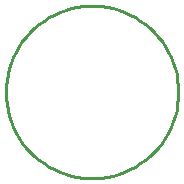
<source format=gm1>
%FSLAX23Y23*%
%MOIN*%
%SFA1B1*%

%IPPOS*%
%ADD11C,0.010000*%
%LNshift_relays-1*%
%LPD*%
G54D11*
X3348Y2272D02*
D01*
X3347Y2292*
X3345Y2312*
X3342Y2332*
X3337Y2351*
X3331Y2370*
X3323Y2389*
X3314Y2407*
X3304Y2424*
X3293Y2441*
X3281Y2457*
X3267Y2472*
X3253Y2486*
X3238Y2499*
X3221Y2510*
X3204Y2521*
X3187Y2530*
X3168Y2539*
X3150Y2546*
X3130Y2551*
X3111Y2555*
X3091Y2558*
X3071Y2559*
X3051*
X3031Y2558*
X3011Y2555*
X2991Y2551*
X2972Y2546*
X2953Y2539*
X2935Y2530*
X2917Y2521*
X2900Y2510*
X2884Y2499*
X2868Y2486*
X2854Y2472*
X2840Y2457*
X2828Y2441*
X2817Y2424*
X2807Y2407*
X2798Y2389*
X2791Y2370*
X2784Y2351*
X2780Y2332*
X2776Y2312*
X2774Y2292*
X2773Y2272*
X2774Y2252*
X2776Y2232*
X2780Y2212*
X2784Y2193*
X2791Y2174*
X2798Y2155*
X2807Y2137*
X2817Y2120*
X2828Y2103*
X2840Y2087*
X2854Y2072*
X2868Y2059*
X2884Y2046*
X2900Y2034*
X2917Y2023*
X2935Y2014*
X2953Y2006*
X2972Y1999*
X2991Y1993*
X3011Y1989*
X3031Y1986*
X3051Y1985*
X3071*
X3091Y1986*
X3111Y1989*
X3130Y1993*
X3150Y1999*
X3168Y2006*
X3187Y2014*
X3204Y2023*
X3221Y2034*
X3238Y2046*
X3253Y2059*
X3267Y2072*
X3281Y2087*
X3293Y2103*
X3304Y2120*
X3314Y2137*
X3323Y2155*
X3331Y2174*
X3337Y2193*
X3342Y2212*
X3345Y2232*
X3347Y2252*
X3348Y2272*
M02*
</source>
